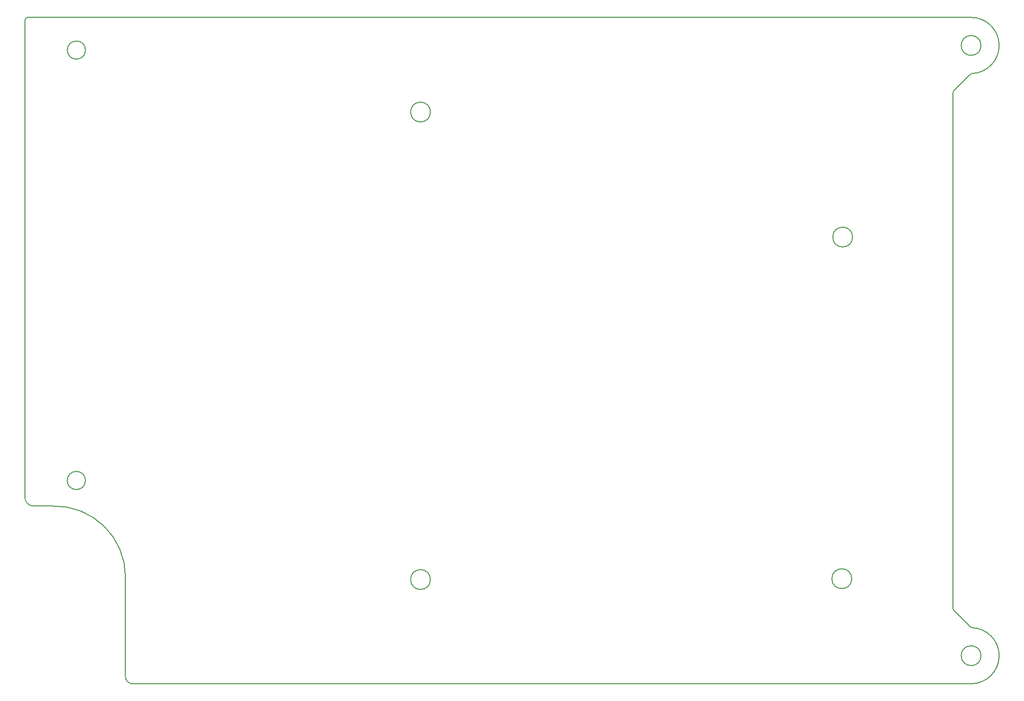
<source format=gbr>
G04 #@! TF.GenerationSoftware,KiCad,Pcbnew,(5.0.1)-3*
G04 #@! TF.CreationDate,2018-11-01T17:09:48-05:00*
G04 #@! TF.ProjectId,power_board,706F7765725F626F6172642E6B696361,rev?*
G04 #@! TF.SameCoordinates,Original*
G04 #@! TF.FileFunction,Profile,NP*
%FSLAX46Y46*%
G04 Gerber Fmt 4.6, Leading zero omitted, Abs format (unit mm)*
G04 Created by KiCad (PCBNEW (5.0.1)-3) date 11/1/2018 5:09:48 PM*
%MOMM*%
%LPD*%
G01*
G04 APERTURE LIST*
%ADD10C,0.200000*%
G04 APERTURE END LIST*
D10*
X208125000Y-131445000D02*
G75*
G03X208125000Y-131445000I-1750000J0D01*
G01*
X208280000Y-71120000D02*
G75*
G03X208280000Y-71120000I-1750000J0D01*
G01*
X133830000Y-49050000D02*
G75*
G03X133830000Y-49050000I-1750000J0D01*
G01*
X133830000Y-131600000D02*
G75*
G03X133830000Y-131600000I-1750000J0D01*
G01*
X230930248Y-37285694D02*
G75*
G03X230930248Y-37285694I-1750000J0D01*
G01*
X63686022Y-118623945D02*
G75*
G02X62318197Y-116888994I183563J1551388D01*
G01*
X229372081Y-140096102D02*
G75*
G02X229180248Y-149998194I-191833J-4949188D01*
G01*
X229180249Y-32332791D02*
G75*
G02X229372080Y-42234881I-1J-4952903D01*
G01*
X81237434Y-149998194D02*
G75*
G02X80044133Y-148674395I65249J1258550D01*
G01*
X226151695Y-137063832D02*
G75*
G02X226005248Y-136710279I353553J353553D01*
G01*
X80043854Y-131109174D02*
X80044133Y-148674395D01*
X229037892Y-42380953D02*
G75*
G02X229372080Y-42234881I353554J-353553D01*
G01*
X62318197Y-32832790D02*
X62318197Y-116888994D01*
X226005248Y-149998194D02*
X229180248Y-149998194D01*
X229372080Y-140096103D02*
G75*
G02X229037892Y-139950031I19366J499626D01*
G01*
X62818197Y-32332790D02*
X229180248Y-32332790D01*
X229037892Y-42380953D02*
X226151694Y-45267151D01*
X62318197Y-32832790D02*
G75*
G02X62818197Y-32332790I500000J0D01*
G01*
X63686022Y-118623945D02*
X67299777Y-118623945D01*
X226005247Y-45620705D02*
G75*
G02X226151694Y-45267151I500001J0D01*
G01*
X81237434Y-149998194D02*
X226005248Y-149998194D01*
X226005248Y-136710279D02*
X226005248Y-45620705D01*
X229037892Y-139950031D02*
X226151694Y-137063832D01*
X230930248Y-145045290D02*
G75*
G03X230930248Y-145045290I-1750000J0D01*
G01*
X67299777Y-118623946D02*
G75*
G02X80043854Y-131109174I256220J-12485228D01*
G01*
X72988870Y-38107527D02*
G75*
G03X72988870Y-38107527I-1600000J0D01*
G01*
X72977739Y-114108975D02*
G75*
G03X72977739Y-114108975I-1600000J0D01*
G01*
M02*

</source>
